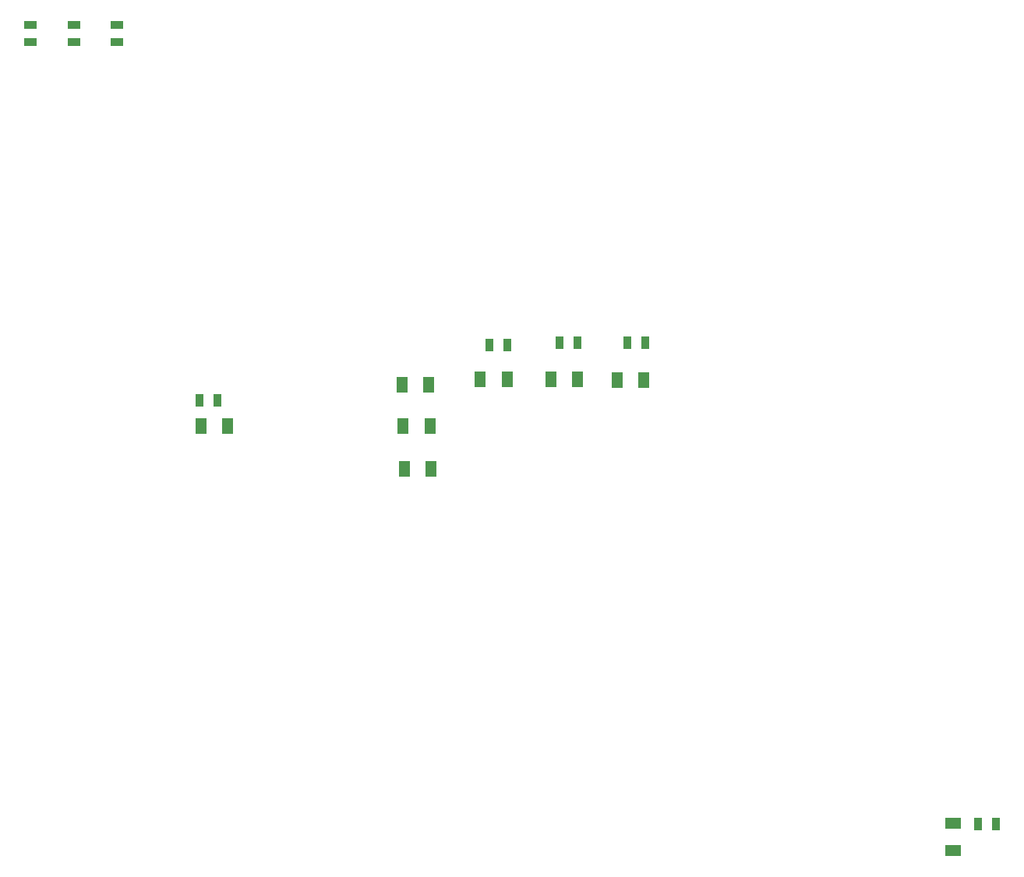
<source format=gtp>
G04*
G04 #@! TF.GenerationSoftware,Altium Limited,Altium Designer,21.7.2 (23)*
G04*
G04 Layer_Color=8421504*
%FSLAX25Y25*%
%MOIN*%
G70*
G04*
G04 #@! TF.SameCoordinates,C79372BE-A85D-4624-A7F0-99D61F2BA69B*
G04*
G04*
G04 #@! TF.FilePolarity,Positive*
G04*
G01*
G75*
%ADD18R,0.03622X0.05433*%
%ADD19R,0.04567X0.07165*%
%ADD20R,0.07165X0.04567*%
%ADD21R,0.05433X0.03622*%
D18*
X193760Y296500D02*
D03*
X186240D02*
D03*
X526760Y115000D02*
D03*
X519240D02*
D03*
X369240Y321000D02*
D03*
X376760D02*
D03*
X340240D02*
D03*
X347760D02*
D03*
X310240Y320000D02*
D03*
X317760D02*
D03*
D19*
X186693Y285500D02*
D03*
X198307D02*
D03*
X364693Y305000D02*
D03*
X376307D02*
D03*
X336386Y305500D02*
D03*
X348000D02*
D03*
X306193D02*
D03*
X317807D02*
D03*
X272693Y303000D02*
D03*
X284307D02*
D03*
X273193Y285500D02*
D03*
X284807D02*
D03*
X273693Y267000D02*
D03*
X285307D02*
D03*
D20*
X508500Y115307D02*
D03*
Y103693D02*
D03*
D21*
X151000Y457260D02*
D03*
Y449740D02*
D03*
X132500Y457260D02*
D03*
Y449740D02*
D03*
X114000Y457260D02*
D03*
Y449740D02*
D03*
M02*

</source>
